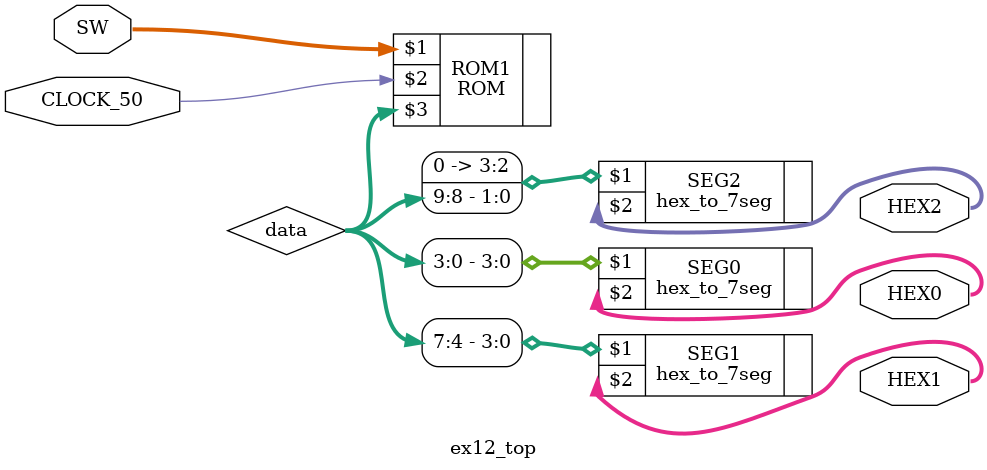
<source format=v>
/* Top level design entity for testing DAC
*  ex12_top.v
*/


module ex12_top(
	SW,
	CLOCK_50,
	HEX0,HEX1,HEX2
);
	input [9:0] SW;
	input CLOCK_50;
	output [6:0] HEX0,HEX1,HEX2;
	
	wire [9:0] data;
	ROM ROM1(SW, CLOCK_50, data);
	hex_to_7seg SEG0(data[3:0], HEX0);
	hex_to_7seg SEG1(data[7:4],HEX1);
	hex_to_7seg SEG2({2'b0,data[9:8]},HEX2);
	
endmodule

</source>
